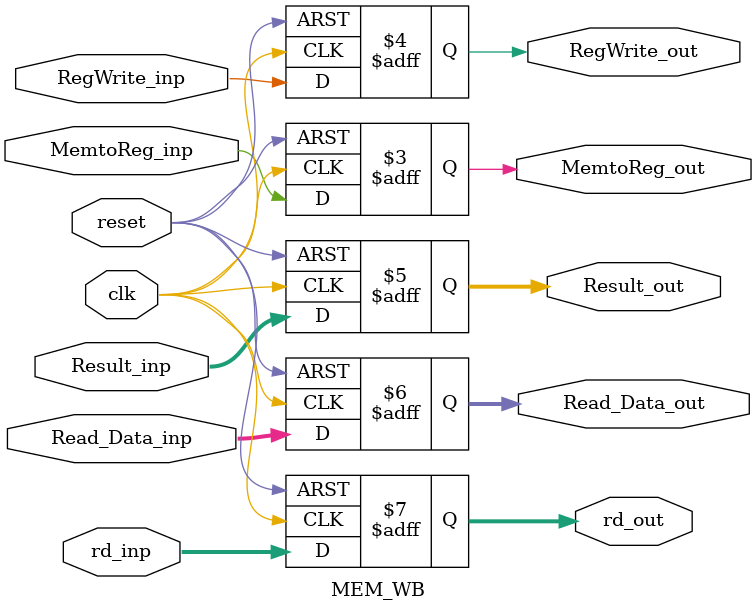
<source format=v>
module MEM_WB(
  input clk,
  input reset,
  input [63:0] Result_inp,	//ALU
  input [63:0] Read_Data_inp,		//Data Memory
  input [4:0] rd_inp,		//EX-MEM
  input MemtoReg_inp,		//Control_unit
  input RegWrite_inp,
  output reg MemtoReg_out, 
  output reg RegWrite_out,
  output reg [63:0] Result_out,
  output reg [63:0]Read_Data_out,
  output reg [4:0] rd_out
  
);

  
  always @ (posedge clk or posedge reset)
    begin
    if (reset == 1'b1)
      begin
        Result_out <= 0;
        Read_Data_out <= 0;
        rd_out <= 5'b0;
        MemtoReg_out <= 0;
        RegWrite_out <= 0;
      end
     else 
       begin
        Result_out <= Result_inp;
        Read_Data_out <= Read_Data_inp;
        rd_out <= rd_inp;
        MemtoReg_out <= MemtoReg_inp;
        RegWrite_out <= RegWrite_inp;
       end
    end
endmodule
</source>
